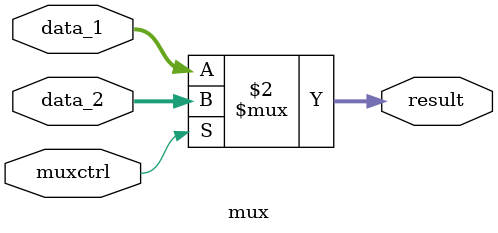
<source format=v>

module mux(muxctrl, data_1, data_2, result);
    input muxctrl;
    input [31:0] data_1;
    input [31:0] data_2;
    output [31:0] result;
    
    assign result = (!muxctrl)? data_1 : data_2;
   
endmodule
</source>
